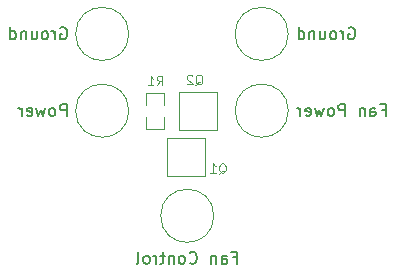
<source format=gbo>
G04 #@! TF.GenerationSoftware,KiCad,Pcbnew,5.0.2-bee76a0~70~ubuntu16.04.1*
G04 #@! TF.CreationDate,2019-09-01T12:37:42-07:00*
G04 #@! TF.ProjectId,endcap,656e6463-6170-42e6-9b69-6361645f7063,rev?*
G04 #@! TF.SameCoordinates,PX2faf080PY2faf080*
G04 #@! TF.FileFunction,Legend,Bot*
G04 #@! TF.FilePolarity,Positive*
%FSLAX46Y46*%
G04 Gerber Fmt 4.6, Leading zero omitted, Abs format (unit mm)*
G04 Created by KiCad (PCBNEW 5.0.2-bee76a0~70~ubuntu16.04.1) date Sun 01 Sep 2019 12:37:42 PM PDT*
%MOMM*%
%LPD*%
G01*
G04 APERTURE LIST*
%ADD10C,0.100000*%
%ADD11C,0.120000*%
%ADD12C,0.150000*%
G04 APERTURE END LIST*
D10*
G04 #@! TO.C,R1*
X20862000Y-27324000D02*
X20862000Y-26308000D01*
X19338000Y-27324000D02*
X20862000Y-27324000D01*
X19338000Y-26308000D02*
X19338000Y-27324000D01*
X19338000Y-24276000D02*
X19338000Y-25292000D01*
X20862000Y-24276000D02*
X19338000Y-24276000D01*
X20862000Y-25292000D02*
X20862000Y-24276000D01*
G04 #@! TO.C,Q1*
X21100000Y-31300000D02*
X21100000Y-28100000D01*
X24300000Y-31300000D02*
X21100000Y-31300000D01*
X24300000Y-28100000D02*
X24300000Y-31300000D01*
X21100000Y-28100000D02*
X24300000Y-28100000D01*
G04 #@! TO.C,Q2*
X22100000Y-24200000D02*
X25300000Y-24200000D01*
X22100000Y-27400000D02*
X22100000Y-24200000D01*
X25300000Y-27400000D02*
X22100000Y-27400000D01*
X25300000Y-24200000D02*
X25300000Y-27400000D01*
D11*
G04 #@! TO.C,TP1*
X17850000Y-25800000D02*
G75*
G03X17850000Y-25800000I-2250000J0D01*
G01*
G04 #@! TO.C,TP2*
X25050000Y-34700000D02*
G75*
G03X25050000Y-34700000I-2250000J0D01*
G01*
G04 #@! TO.C,TP3*
X17850000Y-19300000D02*
G75*
G03X17850000Y-19300000I-2250000J0D01*
G01*
G04 #@! TO.C,TP4*
X31350000Y-25800000D02*
G75*
G03X31350000Y-25800000I-2250000J0D01*
G01*
G04 #@! TO.C,TP5*
X31350000Y-19300000D02*
G75*
G03X31350000Y-19300000I-2250000J0D01*
G01*
G04 #@! TO.C,R1*
D10*
X20233333Y-23661904D02*
X20500000Y-23280952D01*
X20690476Y-23661904D02*
X20690476Y-22861904D01*
X20385714Y-22861904D01*
X20309523Y-22900000D01*
X20271428Y-22938095D01*
X20233333Y-23014285D01*
X20233333Y-23128571D01*
X20271428Y-23204761D01*
X20309523Y-23242857D01*
X20385714Y-23280952D01*
X20690476Y-23280952D01*
X19471428Y-23661904D02*
X19928571Y-23661904D01*
X19700000Y-23661904D02*
X19700000Y-22861904D01*
X19776190Y-22976190D01*
X19852380Y-23052380D01*
X19928571Y-23090476D01*
G04 #@! TO.C,Q1*
X25476190Y-31138095D02*
X25552380Y-31100000D01*
X25628571Y-31023809D01*
X25742857Y-30909523D01*
X25819047Y-30871428D01*
X25895238Y-30871428D01*
X25857142Y-31061904D02*
X25933333Y-31023809D01*
X26009523Y-30947619D01*
X26047619Y-30795238D01*
X26047619Y-30528571D01*
X26009523Y-30376190D01*
X25933333Y-30300000D01*
X25857142Y-30261904D01*
X25704761Y-30261904D01*
X25628571Y-30300000D01*
X25552380Y-30376190D01*
X25514285Y-30528571D01*
X25514285Y-30795238D01*
X25552380Y-30947619D01*
X25628571Y-31023809D01*
X25704761Y-31061904D01*
X25857142Y-31061904D01*
X24752380Y-31061904D02*
X25209523Y-31061904D01*
X24980952Y-31061904D02*
X24980952Y-30261904D01*
X25057142Y-30376190D01*
X25133333Y-30452380D01*
X25209523Y-30490476D01*
G04 #@! TO.C,Q2*
X23476190Y-23638095D02*
X23552380Y-23600000D01*
X23628571Y-23523809D01*
X23742857Y-23409523D01*
X23819047Y-23371428D01*
X23895238Y-23371428D01*
X23857142Y-23561904D02*
X23933333Y-23523809D01*
X24009523Y-23447619D01*
X24047619Y-23295238D01*
X24047619Y-23028571D01*
X24009523Y-22876190D01*
X23933333Y-22800000D01*
X23857142Y-22761904D01*
X23704761Y-22761904D01*
X23628571Y-22800000D01*
X23552380Y-22876190D01*
X23514285Y-23028571D01*
X23514285Y-23295238D01*
X23552380Y-23447619D01*
X23628571Y-23523809D01*
X23704761Y-23561904D01*
X23857142Y-23561904D01*
X23209523Y-22838095D02*
X23171428Y-22800000D01*
X23095238Y-22761904D01*
X22904761Y-22761904D01*
X22828571Y-22800000D01*
X22790476Y-22838095D01*
X22752380Y-22914285D01*
X22752380Y-22990476D01*
X22790476Y-23104761D01*
X23247619Y-23561904D01*
X22752380Y-23561904D01*
G04 #@! TO.C,TP1*
D12*
X12576190Y-26252380D02*
X12576190Y-25252380D01*
X12195238Y-25252380D01*
X12100000Y-25300000D01*
X12052380Y-25347619D01*
X12004761Y-25442857D01*
X12004761Y-25585714D01*
X12052380Y-25680952D01*
X12100000Y-25728571D01*
X12195238Y-25776190D01*
X12576190Y-25776190D01*
X11433333Y-26252380D02*
X11528571Y-26204761D01*
X11576190Y-26157142D01*
X11623809Y-26061904D01*
X11623809Y-25776190D01*
X11576190Y-25680952D01*
X11528571Y-25633333D01*
X11433333Y-25585714D01*
X11290476Y-25585714D01*
X11195238Y-25633333D01*
X11147619Y-25680952D01*
X11100000Y-25776190D01*
X11100000Y-26061904D01*
X11147619Y-26157142D01*
X11195238Y-26204761D01*
X11290476Y-26252380D01*
X11433333Y-26252380D01*
X10766666Y-25585714D02*
X10576190Y-26252380D01*
X10385714Y-25776190D01*
X10195238Y-26252380D01*
X10004761Y-25585714D01*
X9242857Y-26204761D02*
X9338095Y-26252380D01*
X9528571Y-26252380D01*
X9623809Y-26204761D01*
X9671428Y-26109523D01*
X9671428Y-25728571D01*
X9623809Y-25633333D01*
X9528571Y-25585714D01*
X9338095Y-25585714D01*
X9242857Y-25633333D01*
X9195238Y-25728571D01*
X9195238Y-25823809D01*
X9671428Y-25919047D01*
X8766666Y-26252380D02*
X8766666Y-25585714D01*
X8766666Y-25776190D02*
X8719047Y-25680952D01*
X8671428Y-25633333D01*
X8576190Y-25585714D01*
X8480952Y-25585714D01*
G04 #@! TO.C,TP2*
X26657142Y-38228571D02*
X26990476Y-38228571D01*
X26990476Y-38752380D02*
X26990476Y-37752380D01*
X26514285Y-37752380D01*
X25704761Y-38752380D02*
X25704761Y-38228571D01*
X25752380Y-38133333D01*
X25847619Y-38085714D01*
X26038095Y-38085714D01*
X26133333Y-38133333D01*
X25704761Y-38704761D02*
X25800000Y-38752380D01*
X26038095Y-38752380D01*
X26133333Y-38704761D01*
X26180952Y-38609523D01*
X26180952Y-38514285D01*
X26133333Y-38419047D01*
X26038095Y-38371428D01*
X25800000Y-38371428D01*
X25704761Y-38323809D01*
X25228571Y-38085714D02*
X25228571Y-38752380D01*
X25228571Y-38180952D02*
X25180952Y-38133333D01*
X25085714Y-38085714D01*
X24942857Y-38085714D01*
X24847619Y-38133333D01*
X24800000Y-38228571D01*
X24800000Y-38752380D01*
X22990476Y-38657142D02*
X23038095Y-38704761D01*
X23180952Y-38752380D01*
X23276190Y-38752380D01*
X23419047Y-38704761D01*
X23514285Y-38609523D01*
X23561904Y-38514285D01*
X23609523Y-38323809D01*
X23609523Y-38180952D01*
X23561904Y-37990476D01*
X23514285Y-37895238D01*
X23419047Y-37800000D01*
X23276190Y-37752380D01*
X23180952Y-37752380D01*
X23038095Y-37800000D01*
X22990476Y-37847619D01*
X22419047Y-38752380D02*
X22514285Y-38704761D01*
X22561904Y-38657142D01*
X22609523Y-38561904D01*
X22609523Y-38276190D01*
X22561904Y-38180952D01*
X22514285Y-38133333D01*
X22419047Y-38085714D01*
X22276190Y-38085714D01*
X22180952Y-38133333D01*
X22133333Y-38180952D01*
X22085714Y-38276190D01*
X22085714Y-38561904D01*
X22133333Y-38657142D01*
X22180952Y-38704761D01*
X22276190Y-38752380D01*
X22419047Y-38752380D01*
X21657142Y-38085714D02*
X21657142Y-38752380D01*
X21657142Y-38180952D02*
X21609523Y-38133333D01*
X21514285Y-38085714D01*
X21371428Y-38085714D01*
X21276190Y-38133333D01*
X21228571Y-38228571D01*
X21228571Y-38752380D01*
X20895238Y-38085714D02*
X20514285Y-38085714D01*
X20752380Y-37752380D02*
X20752380Y-38609523D01*
X20704761Y-38704761D01*
X20609523Y-38752380D01*
X20514285Y-38752380D01*
X20180952Y-38752380D02*
X20180952Y-38085714D01*
X20180952Y-38276190D02*
X20133333Y-38180952D01*
X20085714Y-38133333D01*
X19990476Y-38085714D01*
X19895238Y-38085714D01*
X19419047Y-38752380D02*
X19514285Y-38704761D01*
X19561904Y-38657142D01*
X19609523Y-38561904D01*
X19609523Y-38276190D01*
X19561904Y-38180952D01*
X19514285Y-38133333D01*
X19419047Y-38085714D01*
X19276190Y-38085714D01*
X19180952Y-38133333D01*
X19133333Y-38180952D01*
X19085714Y-38276190D01*
X19085714Y-38561904D01*
X19133333Y-38657142D01*
X19180952Y-38704761D01*
X19276190Y-38752380D01*
X19419047Y-38752380D01*
X18514285Y-38752380D02*
X18609523Y-38704761D01*
X18657142Y-38609523D01*
X18657142Y-37752380D01*
G04 #@! TO.C,TP3*
X12057142Y-18800000D02*
X12152380Y-18752380D01*
X12295238Y-18752380D01*
X12438095Y-18800000D01*
X12533333Y-18895238D01*
X12580952Y-18990476D01*
X12628571Y-19180952D01*
X12628571Y-19323809D01*
X12580952Y-19514285D01*
X12533333Y-19609523D01*
X12438095Y-19704761D01*
X12295238Y-19752380D01*
X12200000Y-19752380D01*
X12057142Y-19704761D01*
X12009523Y-19657142D01*
X12009523Y-19323809D01*
X12200000Y-19323809D01*
X11580952Y-19752380D02*
X11580952Y-19085714D01*
X11580952Y-19276190D02*
X11533333Y-19180952D01*
X11485714Y-19133333D01*
X11390476Y-19085714D01*
X11295238Y-19085714D01*
X10819047Y-19752380D02*
X10914285Y-19704761D01*
X10961904Y-19657142D01*
X11009523Y-19561904D01*
X11009523Y-19276190D01*
X10961904Y-19180952D01*
X10914285Y-19133333D01*
X10819047Y-19085714D01*
X10676190Y-19085714D01*
X10580952Y-19133333D01*
X10533333Y-19180952D01*
X10485714Y-19276190D01*
X10485714Y-19561904D01*
X10533333Y-19657142D01*
X10580952Y-19704761D01*
X10676190Y-19752380D01*
X10819047Y-19752380D01*
X9628571Y-19085714D02*
X9628571Y-19752380D01*
X10057142Y-19085714D02*
X10057142Y-19609523D01*
X10009523Y-19704761D01*
X9914285Y-19752380D01*
X9771428Y-19752380D01*
X9676190Y-19704761D01*
X9628571Y-19657142D01*
X9152380Y-19085714D02*
X9152380Y-19752380D01*
X9152380Y-19180952D02*
X9104761Y-19133333D01*
X9009523Y-19085714D01*
X8866666Y-19085714D01*
X8771428Y-19133333D01*
X8723809Y-19228571D01*
X8723809Y-19752380D01*
X7819047Y-19752380D02*
X7819047Y-18752380D01*
X7819047Y-19704761D02*
X7914285Y-19752380D01*
X8104761Y-19752380D01*
X8200000Y-19704761D01*
X8247619Y-19657142D01*
X8295238Y-19561904D01*
X8295238Y-19276190D01*
X8247619Y-19180952D01*
X8200000Y-19133333D01*
X8104761Y-19085714D01*
X7914285Y-19085714D01*
X7819047Y-19133333D01*
G04 #@! TO.C,TP4*
X39257142Y-25728571D02*
X39590476Y-25728571D01*
X39590476Y-26252380D02*
X39590476Y-25252380D01*
X39114285Y-25252380D01*
X38304761Y-26252380D02*
X38304761Y-25728571D01*
X38352380Y-25633333D01*
X38447619Y-25585714D01*
X38638095Y-25585714D01*
X38733333Y-25633333D01*
X38304761Y-26204761D02*
X38400000Y-26252380D01*
X38638095Y-26252380D01*
X38733333Y-26204761D01*
X38780952Y-26109523D01*
X38780952Y-26014285D01*
X38733333Y-25919047D01*
X38638095Y-25871428D01*
X38400000Y-25871428D01*
X38304761Y-25823809D01*
X37828571Y-25585714D02*
X37828571Y-26252380D01*
X37828571Y-25680952D02*
X37780952Y-25633333D01*
X37685714Y-25585714D01*
X37542857Y-25585714D01*
X37447619Y-25633333D01*
X37400000Y-25728571D01*
X37400000Y-26252380D01*
X36161904Y-26252380D02*
X36161904Y-25252380D01*
X35780952Y-25252380D01*
X35685714Y-25300000D01*
X35638095Y-25347619D01*
X35590476Y-25442857D01*
X35590476Y-25585714D01*
X35638095Y-25680952D01*
X35685714Y-25728571D01*
X35780952Y-25776190D01*
X36161904Y-25776190D01*
X35019047Y-26252380D02*
X35114285Y-26204761D01*
X35161904Y-26157142D01*
X35209523Y-26061904D01*
X35209523Y-25776190D01*
X35161904Y-25680952D01*
X35114285Y-25633333D01*
X35019047Y-25585714D01*
X34876190Y-25585714D01*
X34780952Y-25633333D01*
X34733333Y-25680952D01*
X34685714Y-25776190D01*
X34685714Y-26061904D01*
X34733333Y-26157142D01*
X34780952Y-26204761D01*
X34876190Y-26252380D01*
X35019047Y-26252380D01*
X34352380Y-25585714D02*
X34161904Y-26252380D01*
X33971428Y-25776190D01*
X33780952Y-26252380D01*
X33590476Y-25585714D01*
X32828571Y-26204761D02*
X32923809Y-26252380D01*
X33114285Y-26252380D01*
X33209523Y-26204761D01*
X33257142Y-26109523D01*
X33257142Y-25728571D01*
X33209523Y-25633333D01*
X33114285Y-25585714D01*
X32923809Y-25585714D01*
X32828571Y-25633333D01*
X32780952Y-25728571D01*
X32780952Y-25823809D01*
X33257142Y-25919047D01*
X32352380Y-26252380D02*
X32352380Y-25585714D01*
X32352380Y-25776190D02*
X32304761Y-25680952D01*
X32257142Y-25633333D01*
X32161904Y-25585714D01*
X32066666Y-25585714D01*
G04 #@! TO.C,TP5*
X36457142Y-18800000D02*
X36552380Y-18752380D01*
X36695238Y-18752380D01*
X36838095Y-18800000D01*
X36933333Y-18895238D01*
X36980952Y-18990476D01*
X37028571Y-19180952D01*
X37028571Y-19323809D01*
X36980952Y-19514285D01*
X36933333Y-19609523D01*
X36838095Y-19704761D01*
X36695238Y-19752380D01*
X36600000Y-19752380D01*
X36457142Y-19704761D01*
X36409523Y-19657142D01*
X36409523Y-19323809D01*
X36600000Y-19323809D01*
X35980952Y-19752380D02*
X35980952Y-19085714D01*
X35980952Y-19276190D02*
X35933333Y-19180952D01*
X35885714Y-19133333D01*
X35790476Y-19085714D01*
X35695238Y-19085714D01*
X35219047Y-19752380D02*
X35314285Y-19704761D01*
X35361904Y-19657142D01*
X35409523Y-19561904D01*
X35409523Y-19276190D01*
X35361904Y-19180952D01*
X35314285Y-19133333D01*
X35219047Y-19085714D01*
X35076190Y-19085714D01*
X34980952Y-19133333D01*
X34933333Y-19180952D01*
X34885714Y-19276190D01*
X34885714Y-19561904D01*
X34933333Y-19657142D01*
X34980952Y-19704761D01*
X35076190Y-19752380D01*
X35219047Y-19752380D01*
X34028571Y-19085714D02*
X34028571Y-19752380D01*
X34457142Y-19085714D02*
X34457142Y-19609523D01*
X34409523Y-19704761D01*
X34314285Y-19752380D01*
X34171428Y-19752380D01*
X34076190Y-19704761D01*
X34028571Y-19657142D01*
X33552380Y-19085714D02*
X33552380Y-19752380D01*
X33552380Y-19180952D02*
X33504761Y-19133333D01*
X33409523Y-19085714D01*
X33266666Y-19085714D01*
X33171428Y-19133333D01*
X33123809Y-19228571D01*
X33123809Y-19752380D01*
X32219047Y-19752380D02*
X32219047Y-18752380D01*
X32219047Y-19704761D02*
X32314285Y-19752380D01*
X32504761Y-19752380D01*
X32600000Y-19704761D01*
X32647619Y-19657142D01*
X32695238Y-19561904D01*
X32695238Y-19276190D01*
X32647619Y-19180952D01*
X32600000Y-19133333D01*
X32504761Y-19085714D01*
X32314285Y-19085714D01*
X32219047Y-19133333D01*
G04 #@! TD*
M02*

</source>
